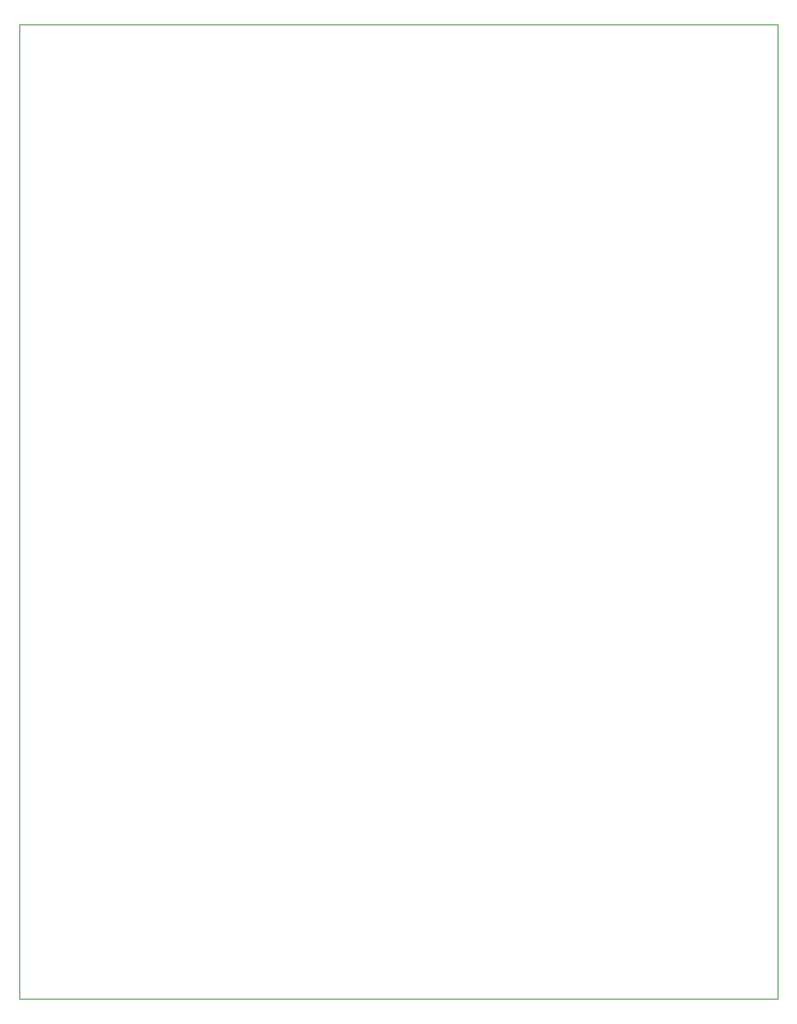
<source format=gm1>
G04 #@! TF.FileFunction,Profile,NP*
%FSLAX46Y46*%
G04 Gerber Fmt 4.6, Leading zero omitted, Abs format (unit mm)*
G04 Created by KiCad (PCBNEW 4.0.7-e2-6376~60~ubuntu17.10.1) date Tue May  8 18:10:41 2018*
%MOMM*%
%LPD*%
G01*
G04 APERTURE LIST*
%ADD10C,0.100000*%
G04 APERTURE END LIST*
D10*
X107950000Y-139700000D02*
X184150000Y-139700000D01*
X107950000Y-41910000D02*
X184150000Y-41910000D01*
X107950000Y-41910000D02*
X107950000Y-139700000D01*
X184150000Y-139700000D02*
X184150000Y-41910000D01*
M02*

</source>
